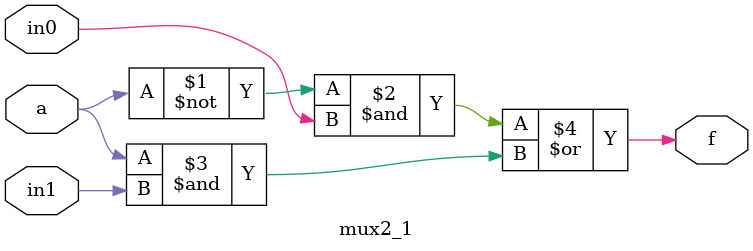
<source format=v>
`timescale 1ns / 1ps

module mux2_1(
input a,in0, in1,
output f
    );
    assign f = ~a & in0 | a & in1;
endmodule

</source>
